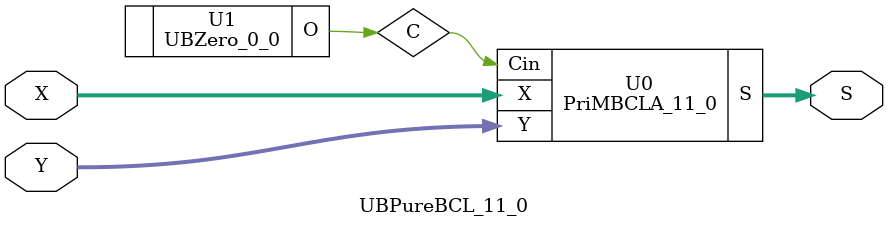
<source format=v>
/*----------------------------------------------------------------------------
  Copyright (c) 2021 Homma laboratory. All rights reserved.

  Top module: UBBCL_7_0_11_0

  Operand-1 length: 8
  Operand-2 length: 12
  Two-operand addition algorithm: Block carry look-ahead adder
----------------------------------------------------------------------------*/

module UB1DCON_0(O, I);
  output O;
  input I;
  assign O = I;
endmodule

module UB1DCON_1(O, I);
  output O;
  input I;
  assign O = I;
endmodule

module UB1DCON_2(O, I);
  output O;
  input I;
  assign O = I;
endmodule

module UB1DCON_3(O, I);
  output O;
  input I;
  assign O = I;
endmodule

module UB1DCON_4(O, I);
  output O;
  input I;
  assign O = I;
endmodule

module UB1DCON_5(O, I);
  output O;
  input I;
  assign O = I;
endmodule

module UB1DCON_6(O, I);
  output O;
  input I;
  assign O = I;
endmodule

module UB1DCON_7(O, I);
  output O;
  input I;
  assign O = I;
endmodule

module UBZero_11_8(O);
  output [11:8] O;
  assign O[8] = 0;
  assign O[9] = 0;
  assign O[10] = 0;
  assign O[11] = 0;
endmodule

module GPGenerator(Go, Po, A, B);
  output Go;
  output Po;
  input A;
  input B;
  assign Go = A & B;
  assign Po = A ^ B;
endmodule

module BCLAU_4(Go, Po, G, P, Cin);
  output Go;
  output Po;
  input Cin;
  input [3:0] G;
  input [3:0] P;
  assign Po = P[0] & P[1] & P[2] & P[3];
  assign Go = G[3] | ( P[3] & G[2] ) | ( P[3] & P[2] & G[1] ) | ( P[3] & P[2] & P[1] & G[0] );
endmodule

module BCLAlU_4(Go, Po, S, X, Y, Cin);
  output Go;
  output Po;
  output [3:0] S;
  input Cin;
  input [3:0] X;
  input [3:0] Y;
  wire [3:1] C;
  wire [3:0] G;
  wire [3:0] P;
  assign C[1] = G[0] | ( P[0] & Cin );
  assign C[2] = G[1] | ( P[1] & C[1] );
  assign C[3] = G[2] | ( P[2] & C[2] );
  assign S[0] = P[0] ^ Cin;
  assign S[1] = P[1] ^ C[1];
  assign S[2] = P[2] ^ C[2];
  assign S[3] = P[3] ^ C[3];
  GPGenerator U0 (G[0], P[0], X[0], Y[0]);
  GPGenerator U1 (G[1], P[1], X[1], Y[1]);
  GPGenerator U2 (G[2], P[2], X[2], Y[2]);
  GPGenerator U3 (G[3], P[3], X[3], Y[3]);
  BCLAU_4 U4 (Go, Po, G, P, Cin);
endmodule

module PriMBCLA_11_0(S, X, Y, Cin);
  output [12:0] S;
  input Cin;
  input [11:0] X;
  input [11:0] Y;
  wire [2:0] C1;
  wire [2:0] G1;
  wire [2:0] P1;
  assign C1[0] = Cin;
  assign C1[1] = G1[0] | ( P1[0] & C1[0] );
  assign C1[2] = G1[1] | ( P1[1] & C1[1] );
  assign S[12] = G1[2] | ( P1[2] & C1[2] );
  BCLAlU_4 U0 (G1[0], P1[0], S[3:0], X[3:0], Y[3:0], C1[0]);
  BCLAlU_4 U1 (G1[1], P1[1], S[7:4], X[7:4], Y[7:4], C1[1]);
  BCLAlU_4 U2 (G1[2], P1[2], S[11:8], X[11:8], Y[11:8], C1[2]);
endmodule

module UBZero_0_0(O);
  output [0:0] O;
  assign O[0] = 0;
endmodule

module UBBCL_7_0_11_0 (S, X, Y);
  output [12:0] S;
  input [7:0] X;
  input [11:0] Y;
  wire [11:0] Z;
  UBExtender_7_0_11000 U0 (Z[11:0], X[7:0]);
  UBPureBCL_11_0 U1 (S[12:0], Z[11:0], Y[11:0]);
endmodule

module UBCON_7_0 (O, I);
  output [7:0] O;
  input [7:0] I;
  UB1DCON_0 U0 (O[0], I[0]);
  UB1DCON_1 U1 (O[1], I[1]);
  UB1DCON_2 U2 (O[2], I[2]);
  UB1DCON_3 U3 (O[3], I[3]);
  UB1DCON_4 U4 (O[4], I[4]);
  UB1DCON_5 U5 (O[5], I[5]);
  UB1DCON_6 U6 (O[6], I[6]);
  UB1DCON_7 U7 (O[7], I[7]);
endmodule

module UBExtender_7_0_11000 (O, I);
  output [11:0] O;
  input [7:0] I;
  UBCON_7_0 U0 (O[7:0], I[7:0]);
  UBZero_11_8 U1 (O[11:8]);
endmodule

module UBPureBCL_11_0 (S, X, Y);
  output [12:0] S;
  input [11:0] X;
  input [11:0] Y;
  wire C;
  PriMBCLA_11_0 U0 (S, X, Y, C);
  UBZero_0_0 U1 (C);
endmodule


</source>
